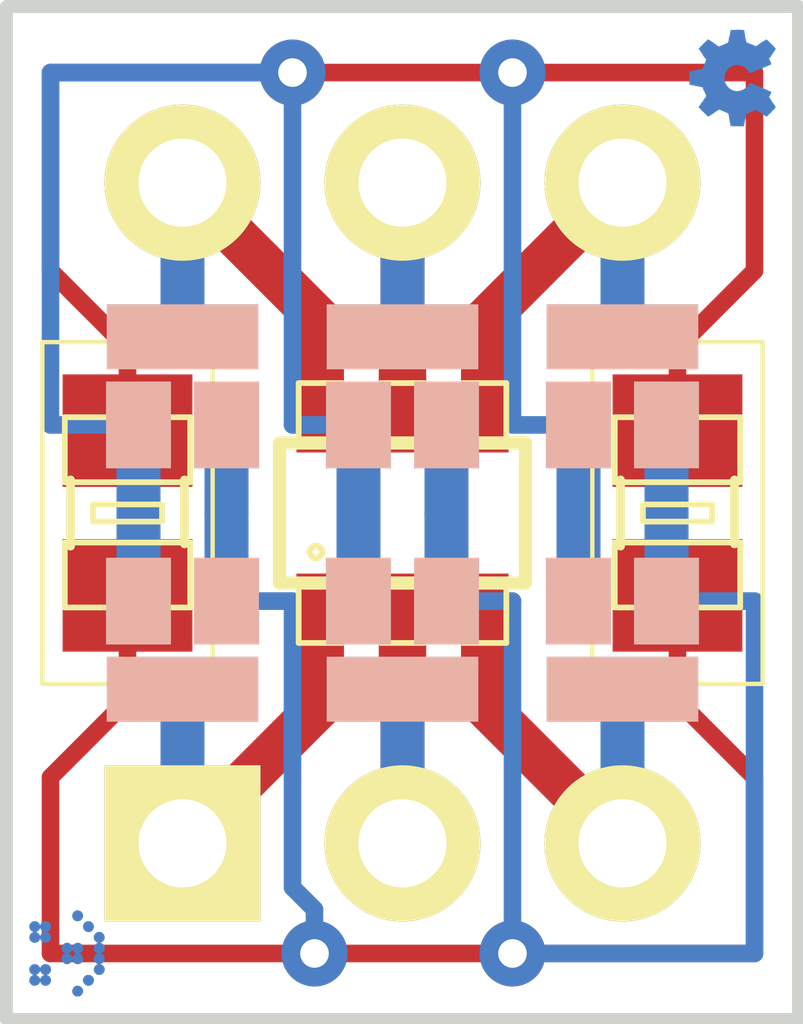
<source format=kicad_pcb>
(kicad_pcb (version 3) (host pcbnew "(2013-06-29 BZR 4231)-testing")

  (general
    (links 0)
    (no_connects 0)
    (area 150.665045 78.645045 162.094955 91.007001)
    (thickness 1.6002)
    (drawings 4)
    (tracks 64)
    (zones 0)
    (modules 24)
    (nets 1)
  )

  (page A4)
  (title_block
    (date "23 jan 2013")
  )

  (layers
    (15 Front signal)
    (0 Back signal)
    (18 B.Paste user)
    (19 F.Paste user)
    (20 B.SilkS user)
    (21 F.SilkS user)
    (22 B.Mask user)
    (23 F.Mask user)
    (28 Edge.Cuts user)
  )

  (setup
    (last_trace_width 0.508)
    (user_trace_width 0.2032)
    (trace_clearance 0.1524)
    (zone_clearance 0.508)
    (zone_45_only no)
    (trace_min 0.2032)
    (segment_width 0.381)
    (edge_width 0.15)
    (via_size 0.762)
    (via_drill 0.3302)
    (via_min_size 0.762)
    (via_min_drill 0.3302)
    (uvia_size 0.508)
    (uvia_drill 0.127)
    (uvias_allowed no)
    (uvia_min_size 0.508)
    (uvia_min_drill 0.127)
    (pcb_text_width 0.3048)
    (pcb_text_size 1.524 2.032)
    (mod_edge_width 0.381)
    (mod_text_size 1.524 1.524)
    (mod_text_width 0.3048)
    (pad_size 1.80086 1.80086)
    (pad_drill 1.016)
    (pad_to_mask_clearance 0)
    (aux_axis_origin 0 0)
    (visible_elements FFFFFF7F)
    (pcbplotparams
      (layerselection 284196865)
      (usegerberextensions true)
      (excludeedgelayer true)
      (linewidth 0.150000)
      (plotframeref false)
      (viasonmask false)
      (mode 1)
      (useauxorigin false)
      (hpglpennumber 1)
      (hpglpenspeed 20)
      (hpglpendiameter 15)
      (hpglpenoverlay 0)
      (psnegative false)
      (psa4output false)
      (plotreference true)
      (plotvalue true)
      (plotothertext true)
      (plotinvisibletext false)
      (padsonsilk false)
      (subtractmaskfromsilk true)
      (outputformat 1)
      (mirror false)
      (drillshape 0)
      (scaleselection 1)
      (outputdirectory gerber_files/))
  )

  (net 0 "")

  (net_class Default "This is the default net class."
    (clearance 0.1524)
    (trace_width 0.508)
    (via_dia 0.762)
    (via_drill 0.3302)
    (uvia_dia 0.508)
    (uvia_drill 0.127)
    (add_net "")
  )

  (module DIP-6__300 (layer Front) (tedit 50FFD60A) (tstamp 501A927E)
    (at 156.21 85.09)
    (descr "6 pins DIL package, round pads")
    (tags DIL)
    (path DIP-6__300)
    (fp_text reference U*** (at -3.8735 -5.3975) (layer F.SilkS) hide
      (effects (font (size 0.254 0.254) (thickness 0.0635)))
    )
    (fp_text value DIP-6__300 (at -3.1115 5.3975) (layer F.SilkS) hide
      (effects (font (size 0.254 0.254) (thickness 0.0635)))
    )
    (pad 1 thru_hole rect (at -2.54 3.81) (size 1.80086 1.80086) (drill 1.016)
      (layers *.Cu *.Mask F.SilkS)
    )
    (pad 2 thru_hole circle (at 0 3.81) (size 1.80086 1.80086) (drill 1.016)
      (layers *.Cu *.Mask F.SilkS)
    )
    (pad 3 thru_hole circle (at 2.54 3.81) (size 1.80086 1.80086) (drill 1.016)
      (layers *.Cu *.Mask F.SilkS)
    )
    (pad 4 thru_hole circle (at 2.54 -3.81) (size 1.80086 1.80086) (drill 1.016)
      (layers *.Cu *.Mask F.SilkS)
    )
    (pad 5 thru_hole circle (at 0 -3.81) (size 1.80086 1.80086) (drill 1.016)
      (layers *.Cu *.Mask F.SilkS)
    )
    (pad 6 thru_hole circle (at -2.54 -3.81) (size 1.80086 1.80086) (drill 1.016)
      (layers *.Cu *.Mask F.SilkS)
    )
    (model dil/dil_6.wrl
      (at (xyz 0 0 0))
      (scale (xyz 1 1 1))
      (rotate (xyz 0 0 0))
    )
  )

  (module "" (layer Back) (tedit 501D4941) (tstamp 501D48B6)
    (at 160.02 80.0735 90)
    (fp_text reference G1 (at 0 -0.58928 90) (layer B.SilkS) hide
      (effects (font (size 0.127 0.127) (thickness 0.01016)) (justify mirror))
    )
    (fp_text value LOGO (at 0 -0.762 90) (layer B.SilkS) hide
      (effects (font (size 0.127 0.127) (thickness 0.01016)) (justify mirror))
    )
    (fp_poly (pts (xy -0.33528 0.49784) (xy -0.3302 0.4953) (xy -0.3175 0.48768) (xy -0.29972 0.47498)
      (xy -0.27686 0.45974) (xy -0.254 0.4445) (xy -0.23622 0.43434) (xy -0.22352 0.42418)
      (xy -0.21844 0.42164) (xy -0.2159 0.42418) (xy -0.20574 0.42926) (xy -0.1905 0.43688)
      (xy -0.18034 0.44196) (xy -0.16764 0.44704) (xy -0.16002 0.44704) (xy -0.16002 0.44704)
      (xy -0.15494 0.43688) (xy -0.14732 0.41656) (xy -0.13462 0.3937) (xy -0.12446 0.36576)
      (xy -0.11176 0.33528) (xy -0.09652 0.3048) (xy -0.08636 0.27432) (xy -0.07366 0.24638)
      (xy -0.06604 0.22606) (xy -0.06096 0.21082) (xy -0.05842 0.2032) (xy -0.05842 0.2032)
      (xy -0.06604 0.19558) (xy -0.07874 0.18796) (xy -0.10414 0.1651) (xy -0.12954 0.13208)
      (xy -0.14478 0.09652) (xy -0.1524 0.05588) (xy -0.14732 0.01778) (xy -0.13208 -0.01778)
      (xy -0.10668 -0.0508) (xy -0.0762 -0.07366) (xy -0.04064 -0.0889) (xy 0 -0.09398)
      (xy 0.0381 -0.09144) (xy 0.07366 -0.0762) (xy 0.10668 -0.0508) (xy 0.12192 -0.03556)
      (xy 0.1397 -0.00254) (xy 0.1524 0.03302) (xy 0.1524 0.04064) (xy 0.14986 0.08128)
      (xy 0.1397 0.11684) (xy 0.11938 0.14986) (xy 0.09144 0.1778) (xy 0.08636 0.18034)
      (xy 0.07366 0.1905) (xy 0.0635 0.19812) (xy 0.05842 0.2032) (xy 0.10668 0.32258)
      (xy 0.1143 0.3429) (xy 0.12954 0.37592) (xy 0.1397 0.40386) (xy 0.14986 0.42672)
      (xy 0.15748 0.44196) (xy 0.16002 0.44704) (xy 0.16002 0.44704) (xy 0.1651 0.44704)
      (xy 0.17272 0.4445) (xy 0.1905 0.43688) (xy 0.20066 0.4318) (xy 0.21336 0.42418)
      (xy 0.22098 0.42164) (xy 0.22606 0.42418) (xy 0.23622 0.4318) (xy 0.254 0.4445)
      (xy 0.27686 0.45974) (xy 0.29718 0.47244) (xy 0.31496 0.48514) (xy 0.3302 0.4953)
      (xy 0.33528 0.49784) (xy 0.33782 0.49784) (xy 0.3429 0.4953) (xy 0.35306 0.48514)
      (xy 0.37084 0.4699) (xy 0.3937 0.44704) (xy 0.39624 0.4445) (xy 0.41656 0.42418)
      (xy 0.4318 0.40894) (xy 0.44196 0.39624) (xy 0.4445 0.39116) (xy 0.4445 0.39116)
      (xy 0.44196 0.38608) (xy 0.4318 0.37084) (xy 0.42164 0.35306) (xy 0.4064 0.3302)
      (xy 0.36576 0.27178) (xy 0.38862 0.21844) (xy 0.3937 0.20066) (xy 0.40386 0.18034)
      (xy 0.40894 0.16764) (xy 0.41148 0.16002) (xy 0.4191 0.15748) (xy 0.4318 0.15494)
      (xy 0.45466 0.14986) (xy 0.48006 0.14478) (xy 0.50546 0.14224) (xy 0.52578 0.13716)
      (xy 0.54356 0.13462) (xy 0.55118 0.13208) (xy 0.55118 0.13208) (xy 0.55372 0.127)
      (xy 0.55372 0.11938) (xy 0.55372 0.10668) (xy 0.55626 0.08636) (xy 0.55626 0.05588)
      (xy 0.55626 0.0508) (xy 0.55372 0.02286) (xy 0.55372 0) (xy 0.55372 -0.0127)
      (xy 0.55372 -0.02032) (xy 0.55372 -0.02032) (xy 0.5461 -0.02032) (xy 0.53086 -0.0254)
      (xy 0.508 -0.02794) (xy 0.4826 -0.03302) (xy 0.48006 -0.03556) (xy 0.45466 -0.04064)
      (xy 0.4318 -0.04318) (xy 0.41656 -0.04826) (xy 0.40894 -0.0508) (xy 0.40894 -0.0508)
      (xy 0.40386 -0.06096) (xy 0.39624 -0.07874) (xy 0.38608 -0.09906) (xy 0.37846 -0.11938)
      (xy 0.37084 -0.13716) (xy 0.36576 -0.1524) (xy 0.36322 -0.15748) (xy 0.36322 -0.15748)
      (xy 0.3683 -0.1651) (xy 0.37592 -0.1778) (xy 0.38862 -0.19558) (xy 0.4064 -0.21844)
      (xy 0.4064 -0.22098) (xy 0.42164 -0.24384) (xy 0.43434 -0.26162) (xy 0.44196 -0.27432)
      (xy 0.4445 -0.28194) (xy 0.4445 -0.28194) (xy 0.43942 -0.28702) (xy 0.42926 -0.29972)
      (xy 0.41148 -0.3175) (xy 0.3937 -0.33782) (xy 0.38608 -0.3429) (xy 0.36576 -0.36576)
      (xy 0.35052 -0.37846) (xy 0.34036 -0.38608) (xy 0.33528 -0.38862) (xy 0.33528 -0.38862)
      (xy 0.3302 -0.38354) (xy 0.31496 -0.37338) (xy 0.29718 -0.36068) (xy 0.27432 -0.34544)
      (xy 0.27178 -0.34544) (xy 0.24892 -0.3302) (xy 0.23114 -0.3175) (xy 0.21844 -0.30734)
      (xy 0.21336 -0.3048) (xy 0.21082 -0.3048) (xy 0.2032 -0.30734) (xy 0.18542 -0.31242)
      (xy 0.16764 -0.32004) (xy 0.14732 -0.3302) (xy 0.127 -0.33782) (xy 0.1143 -0.3429)
      (xy 0.10668 -0.34798) (xy 0.10668 -0.34798) (xy 0.10414 -0.3556) (xy 0.1016 -0.37084)
      (xy 0.09652 -0.3937) (xy 0.09144 -0.42164) (xy 0.0889 -0.42672) (xy 0.08382 -0.45212)
      (xy 0.08128 -0.47498) (xy 0.07874 -0.49022) (xy 0.0762 -0.4953) (xy 0.07112 -0.49784)
      (xy 0.05842 -0.49784) (xy 0.04064 -0.49784) (xy 0.01524 -0.49784) (xy -0.00762 -0.49784)
      (xy -0.03302 -0.49784) (xy -0.05334 -0.49784) (xy -0.06858 -0.4953) (xy -0.07366 -0.4953)
      (xy -0.07366 -0.4953) (xy -0.0762 -0.48768) (xy -0.08128 -0.4699) (xy -0.08382 -0.44704)
      (xy -0.09144 -0.4191) (xy -0.09144 -0.41402) (xy -0.09652 -0.38862) (xy -0.1016 -0.36576)
      (xy -0.10414 -0.35052) (xy -0.10668 -0.34544) (xy -0.10668 -0.34544) (xy -0.11938 -0.34036)
      (xy -0.13716 -0.33274) (xy -0.15748 -0.32258) (xy -0.20828 -0.30226) (xy -0.27178 -0.34544)
      (xy -0.27686 -0.35052) (xy -0.29972 -0.36576) (xy -0.3175 -0.37846) (xy -0.3302 -0.38608)
      (xy -0.33782 -0.38862) (xy -0.33782 -0.38862) (xy -0.3429 -0.38354) (xy -0.3556 -0.37084)
      (xy -0.37338 -0.3556) (xy -0.39116 -0.33528) (xy -0.4064 -0.32004) (xy -0.42418 -0.30226)
      (xy -0.43434 -0.2921) (xy -0.44196 -0.28448) (xy -0.44196 -0.2794) (xy -0.44196 -0.27686)
      (xy -0.43942 -0.26924) (xy -0.42926 -0.25654) (xy -0.41656 -0.23622) (xy -0.40132 -0.2159)
      (xy -0.38862 -0.19558) (xy -0.37592 -0.17526) (xy -0.36576 -0.16002) (xy -0.36322 -0.1524)
      (xy -0.36322 -0.14986) (xy -0.3683 -0.13716) (xy -0.37592 -0.11938) (xy -0.38608 -0.09652)
      (xy -0.4064 -0.04826) (xy -0.43942 -0.04064) (xy -0.45974 -0.0381) (xy -0.48768 -0.03302)
      (xy -0.51308 -0.02794) (xy -0.55372 -0.02032) (xy -0.55626 0.12954) (xy -0.54864 0.13208)
      (xy -0.54356 0.13208) (xy -0.52832 0.13716) (xy -0.50546 0.1397) (xy -0.48006 0.14478)
      (xy -0.45974 0.14986) (xy -0.43688 0.15494) (xy -0.42164 0.15748) (xy -0.41402 0.15748)
      (xy -0.41148 0.16002) (xy -0.4064 0.17018) (xy -0.39878 0.18796) (xy -0.39116 0.20828)
      (xy -0.381 0.2286) (xy -0.37338 0.24892) (xy -0.3683 0.26416) (xy -0.36576 0.27178)
      (xy -0.3683 0.27686) (xy -0.37846 0.28956) (xy -0.38862 0.30988) (xy -0.40386 0.3302)
      (xy -0.4191 0.35306) (xy -0.4318 0.37084) (xy -0.43942 0.38354) (xy -0.4445 0.39116)
      (xy -0.44196 0.39624) (xy -0.43434 0.4064) (xy -0.41656 0.42164) (xy -0.3937 0.44704)
      (xy -0.38862 0.44958) (xy -0.3683 0.4699) (xy -0.35306 0.48514) (xy -0.34036 0.4953)
      (xy -0.33528 0.49784)) (layer Back) (width 0.00254))
  )

  (module LOGO (layer Back) (tedit 501D494B) (tstamp 501D488F)
    (at 152.3365 90.17 90)
    (path LOGO)
    (fp_text reference G2 (at 0 0.762 90) (layer B.SilkS) hide
      (effects (font (size 0.127 0.127) (thickness 0.00254)) (justify mirror))
    )
    (fp_text value LOGO (at 0 0.5715 90) (layer B.SilkS) hide
      (effects (font (size 0.127 0.127) (thickness 0.00254)) (justify mirror))
    )
    (fp_poly (pts (xy 0.18796 0.43434) (xy 0.19812 0.4318) (xy 0.21082 0.42926) (xy 0.2159 0.42672)
      (xy 0.22606 0.4191) (xy 0.23622 0.40894) (xy 0.2413 0.39878) (xy 0.24638 0.38862)
      (xy 0.24638 0.37592) (xy 0.24638 0.36322) (xy 0.24384 0.35052) (xy 0.23876 0.34036)
      (xy 0.23622 0.33528) (xy 0.2286 0.32766) (xy 0.22352 0.32258) (xy 0.21844 0.32004)
      (xy 0.2159 0.3175) (xy 0.20574 0.31242) (xy 0.19558 0.30988) (xy 0.18288 0.30988)
      (xy 0.1778 0.30988) (xy 0.17272 0.31242) (xy 0.1651 0.31242) (xy 0.16002 0.31496)
      (xy 0.1524 0.32004) (xy 0.14224 0.32766) (xy 0.13462 0.33782) (xy 0.127 0.34798)
      (xy 0.127 0.3556) (xy 0.12446 0.36068) (xy 0.12446 0.36576) (xy 0.12446 0.36576)
      (xy 0.12446 0.36576) (xy 0.12192 0.36322) (xy 0.12192 0.36322) (xy 0.12192 0.3556)
      (xy 0.11684 0.34798) (xy 0.1143 0.34036) (xy 0.10668 0.3302) (xy 0.09652 0.32258)
      (xy 0.08636 0.31496) (xy 0.07366 0.31242) (xy 0.06096 0.30988) (xy 0.05842 0.30988)
      (xy 0.04826 0.31242) (xy 0.0381 0.31496) (xy 0.0381 0.31496) (xy 0.0254 0.32004)
      (xy 0.01778 0.32766) (xy 0.01016 0.33782) (xy 0.00254 0.34798) (xy 0 0.35814)
      (xy 0 0.36068) (xy 0 0.36322) (xy 0 0.36322) (xy 0 0.36322)
      (xy 0 0.36322) (xy 0 0.35814) (xy 0 0.35814) (xy -0.00508 0.34798)
      (xy -0.01016 0.33782) (xy -0.01778 0.32766) (xy -0.0254 0.32004) (xy -0.03556 0.31496)
      (xy -0.04826 0.31242) (xy -0.06096 0.30988) (xy -0.07112 0.30988) (xy -0.08382 0.31496)
      (xy -0.09398 0.32004) (xy -0.10414 0.32766) (xy -0.11176 0.33782) (xy -0.1143 0.33782)
      (xy -0.11684 0.3429) (xy -0.11938 0.34798) (xy -0.11938 0.35052) (xy -0.12192 0.3556)
      (xy -0.12192 0.36068) (xy -0.12192 0.36576) (xy -0.12192 0.36576) (xy -0.12446 0.36576)
      (xy -0.12446 0.36322) (xy -0.12446 0.3556) (xy -0.127 0.34798) (xy -0.13208 0.34036)
      (xy -0.1397 0.3302) (xy -0.14986 0.32258) (xy -0.16002 0.31496) (xy -0.17272 0.31242)
      (xy -0.18542 0.30988) (xy -0.19558 0.30988) (xy -0.20828 0.31496) (xy -0.22098 0.32004)
      (xy -0.23114 0.3302) (xy -0.23368 0.33528) (xy -0.23876 0.34036) (xy -0.24384 0.34798)
      (xy -0.24638 0.3556) (xy -0.24638 0.3683) (xy -0.24638 0.381) (xy -0.24384 0.39116)
      (xy -0.23876 0.40386) (xy -0.23368 0.41148) (xy -0.22352 0.42164) (xy -0.21336 0.42672)
      (xy -0.2032 0.4318) (xy -0.1905 0.43434) (xy -0.18796 0.43434) (xy -0.17526 0.43434)
      (xy -0.1651 0.4318) (xy -0.1524 0.42418) (xy -0.14986 0.42164) (xy -0.1397 0.41656)
      (xy -0.13462 0.4064) (xy -0.12954 0.39624) (xy -0.127 0.3937) (xy -0.12446 0.38862)
      (xy -0.12446 0.38354) (xy -0.12446 0.37846) (xy -0.12446 0.37592) (xy -0.12192 0.37846)
      (xy -0.12192 0.381) (xy -0.12192 0.38608) (xy -0.11938 0.3937) (xy -0.11684 0.39878)
      (xy -0.1143 0.40386) (xy -0.10668 0.41402) (xy -0.09652 0.42164) (xy -0.08636 0.42926)
      (xy -0.07366 0.43434) (xy -0.07112 0.43434) (xy -0.0635 0.43434) (xy -0.05588 0.43434)
      (xy -0.04572 0.4318) (xy -0.0381 0.42926) (xy -0.0254 0.42418) (xy -0.01524 0.41656)
      (xy -0.01524 0.41402) (xy -0.00762 0.4064) (xy -0.00254 0.39624) (xy 0 0.38608)
      (xy 0 0.38354) (xy 0 0.381) (xy 0 0.381) (xy 0 0.381)
      (xy 0 0.38354) (xy 0 0.38354) (xy 0.00254 0.39116) (xy 0.00508 0.39878)
      (xy 0.00762 0.40386) (xy 0.0127 0.41148) (xy 0.02286 0.42164) (xy 0.03302 0.42926)
      (xy 0.04572 0.4318) (xy 0.04826 0.43434) (xy 0.05588 0.43434) (xy 0.06604 0.43434)
      (xy 0.07366 0.43434) (xy 0.08128 0.4318) (xy 0.09144 0.42672) (xy 0.1016 0.4191)
      (xy 0.11176 0.40894) (xy 0.11684 0.39878) (xy 0.11938 0.3937) (xy 0.12192 0.38862)
      (xy 0.12192 0.38354) (xy 0.12192 0.37846) (xy 0.12192 0.37846) (xy 0.12192 0.37846)
      (xy 0.12446 0.381) (xy 0.12446 0.381) (xy 0.12446 0.38862) (xy 0.12954 0.39624)
      (xy 0.13208 0.40386) (xy 0.13462 0.4064) (xy 0.14224 0.41656) (xy 0.1524 0.42418)
      (xy 0.16256 0.42926) (xy 0.17526 0.43434) (xy 0.18796 0.43434)) (layer Back) (width 0.00254))
    (fp_poly (pts (xy -0.31496 0.30988) (xy -0.30734 0.30988) (xy -0.29972 0.30988) (xy -0.28956 0.30734)
      (xy -0.2794 0.30226) (xy -0.26924 0.29464) (xy -0.25908 0.28448) (xy -0.254 0.27432)
      (xy -0.24892 0.26162) (xy -0.24892 0.24892) (xy -0.24892 0.23622) (xy -0.25146 0.22606)
      (xy -0.25654 0.21336) (xy -0.26416 0.2032) (xy -0.27432 0.19558) (xy -0.2794 0.19304)
      (xy -0.28956 0.18796) (xy -0.30226 0.18542) (xy -0.31496 0.18542) (xy -0.32766 0.18796)
      (xy -0.33782 0.19304) (xy -0.35052 0.20066) (xy -0.35814 0.20828) (xy -0.36576 0.22098)
      (xy -0.37084 0.23368) (xy -0.37084 0.23876) (xy -0.37084 0.24638) (xy -0.37084 0.254)
      (xy -0.37084 0.26162) (xy -0.37084 0.26416) (xy -0.36576 0.27686) (xy -0.35814 0.28702)
      (xy -0.34798 0.29718) (xy -0.33782 0.3048) (xy -0.33274 0.3048) (xy -0.32512 0.30734)
      (xy -0.3175 0.30988) (xy -0.31496 0.30988)) (layer Back) (width 0.00254))
    (fp_poly (pts (xy 0.31242 0.30988) (xy 0.32512 0.30734) (xy 0.33528 0.3048) (xy 0.34798 0.29718)
      (xy 0.35052 0.29464) (xy 0.35814 0.28702) (xy 0.36576 0.27432) (xy 0.37084 0.26416)
      (xy 0.37084 0.25654) (xy 0.37084 0.24892) (xy 0.37084 0.2413) (xy 0.37084 0.23368)
      (xy 0.37084 0.23114) (xy 0.36576 0.21844) (xy 0.35814 0.20828) (xy 0.34798 0.19812)
      (xy 0.33782 0.19304) (xy 0.32512 0.18796) (xy 0.31242 0.18542) (xy 0.30734 0.18542)
      (xy 0.29718 0.18796) (xy 0.28448 0.1905) (xy 0.27432 0.19812) (xy 0.26416 0.20574)
      (xy 0.25654 0.21336) (xy 0.25146 0.22606) (xy 0.24892 0.23876) (xy 0.24892 0.25146)
      (xy 0.24892 0.25908) (xy 0.24892 0.26416) (xy 0.25146 0.27178) (xy 0.25654 0.28194)
      (xy 0.2667 0.2921) (xy 0.27432 0.29972) (xy 0.28702 0.3048) (xy 0.29972 0.30988)
      (xy 0.31242 0.30988)) (layer Back) (width 0.00254))
    (fp_poly (pts (xy -0.43688 0.18542) (xy -0.42926 0.18542) (xy -0.42164 0.18542) (xy -0.41148 0.18034)
      (xy -0.40132 0.17526) (xy -0.39116 0.16764) (xy -0.38354 0.16002) (xy -0.37846 0.14986)
      (xy -0.37338 0.13716) (xy -0.37338 0.13208) (xy -0.37338 0.12446) (xy -0.37338 0.11684)
      (xy -0.37338 0.10922) (xy -0.37338 0.10668) (xy -0.37846 0.09398) (xy -0.38608 0.08382)
      (xy -0.39624 0.07366) (xy -0.4064 0.06858) (xy -0.41148 0.06604) (xy -0.4191 0.0635)
      (xy -0.42672 0.06096) (xy -0.43688 0.06096) (xy -0.44196 0.06096) (xy -0.44958 0.0635)
      (xy -0.45466 0.0635) (xy -0.46228 0.06858) (xy -0.46736 0.06858) (xy -0.47752 0.0762)
      (xy -0.48514 0.08636) (xy -0.49276 0.09906) (xy -0.4953 0.11176) (xy -0.4953 0.1143)
      (xy -0.4953 0.12192) (xy -0.4953 0.12954) (xy -0.4953 0.13462) (xy -0.4953 0.1397)
      (xy -0.49022 0.1524) (xy -0.4826 0.16256) (xy -0.47244 0.17272) (xy -0.46228 0.1778)
      (xy -0.44958 0.18288) (xy -0.44704 0.18542) (xy -0.43688 0.18542)) (layer Back) (width 0.00254))
    (fp_poly (pts (xy 0.05842 0.18542) (xy 0.07112 0.18542) (xy 0.08382 0.18034) (xy 0.09144 0.1778)
      (xy 0.1016 0.17018) (xy 0.10922 0.16256) (xy 0.11684 0.14986) (xy 0.12192 0.13716)
      (xy 0.12192 0.13462) (xy 0.12446 0.12446) (xy 0.12192 0.11684) (xy 0.11938 0.10414)
      (xy 0.1143 0.09398) (xy 0.10922 0.08382) (xy 0.09906 0.07366) (xy 0.0889 0.06604)
      (xy 0.0762 0.0635) (xy 0.06604 0.06096) (xy 0.07112 0.06096) (xy 0.07112 0.06096)
      (xy 0.08128 0.05842) (xy 0.09144 0.05334) (xy 0.09906 0.04826) (xy 0.1016 0.04572)
      (xy 0.10922 0.0381) (xy 0.11684 0.02794) (xy 0.12192 0.01524) (xy 0.12192 0.00254)
      (xy 0.12192 -0.00762) (xy 0.11938 -0.01778) (xy 0.1143 -0.03048) (xy 0.1143 -0.03048)
      (xy 0.10668 -0.04064) (xy 0.09652 -0.04826) (xy 0.08636 -0.05588) (xy 0.0762 -0.05842)
      (xy 0.0635 -0.06096) (xy 0.0508 -0.06096) (xy 0.04064 -0.05842) (xy 0.02794 -0.0508)
      (xy 0.01778 -0.04318) (xy 0.0127 -0.0381) (xy 0.00762 -0.02794) (xy 0.00254 -0.02032)
      (xy 0 -0.01016) (xy 0 -0.00762) (xy 0 -0.00762) (xy 0 -0.00762)
      (xy 0 -0.01016) (xy -0.00254 -0.01778) (xy -0.00508 -0.02794) (xy -0.01016 -0.03556)
      (xy -0.0127 -0.04064) (xy -0.02286 -0.04826) (xy -0.03302 -0.05588) (xy -0.04572 -0.05842)
      (xy -0.05842 -0.06096) (xy -0.07112 -0.06096) (xy -0.07874 -0.05842) (xy -0.09144 -0.05334)
      (xy -0.1016 -0.04572) (xy -0.10922 -0.03556) (xy -0.11684 -0.0254) (xy -0.12192 -0.0127)
      (xy -0.12192 -0.00762) (xy -0.12192 0.00254) (xy -0.12192 0.01524) (xy -0.11684 0.02794)
      (xy -0.10922 0.0381) (xy -0.1016 0.04572) (xy -0.0889 0.05334) (xy -0.08382 0.05588)
      (xy -0.07874 0.05842) (xy -0.07366 0.06096) (xy -0.06858 0.06096) (xy -0.06858 0.06096)
      (xy -0.06858 0.06096) (xy -0.07112 0.06096) (xy -0.07874 0.0635) (xy -0.08636 0.06604)
      (xy -0.09398 0.07112) (xy -0.09652 0.07366) (xy -0.10668 0.07874) (xy -0.11176 0.0889)
      (xy -0.11938 0.09906) (xy -0.12192 0.10922) (xy -0.12192 0.11938) (xy -0.12192 0.12954)
      (xy -0.12192 0.13208) (xy -0.11938 0.14478) (xy -0.1143 0.15748) (xy -0.10414 0.16764)
      (xy -0.09906 0.17272) (xy -0.08636 0.18034) (xy -0.07366 0.18542) (xy -0.06858 0.18542)
      (xy -0.0635 0.18542) (xy -0.05588 0.18542) (xy -0.04826 0.18542) (xy -0.04318 0.18288)
      (xy -0.04064 0.18288) (xy -0.02794 0.17526) (xy -0.01778 0.16764) (xy -0.01016 0.15748)
      (xy -0.00508 0.1524) (xy -0.00254 0.14478) (xy 0 0.13716) (xy 0 0.13462)
      (xy 0 0.13208) (xy 0 0.13208) (xy 0 0.13208) (xy 0 0.1143)
      (xy 0 0.1143) (xy 0 0.1143) (xy 0 0.10922) (xy 0 0.10922)
      (xy -0.00508 0.09906) (xy -0.01016 0.0889) (xy -0.01778 0.07874) (xy -0.02794 0.07112)
      (xy -0.0381 0.06604) (xy -0.0381 0.06604) (xy -0.04318 0.0635) (xy -0.04826 0.06096)
      (xy -0.05588 0.06096) (xy -0.04826 0.06096) (xy -0.04318 0.05842) (xy -0.03048 0.05334)
      (xy -0.02032 0.04572) (xy -0.0127 0.0381) (xy -0.00508 0.02794) (xy -0.00254 0.02286)
      (xy 0 0.01524) (xy 0 0.01016) (xy 0 0.00762) (xy 0 0.00762)
      (xy 0 0.00762) (xy 0 0.01016) (xy 0 0.01524) (xy 0.00254 0.02032)
      (xy 0.00508 0.02794) (xy 0.01016 0.03302) (xy 0.01778 0.04318) (xy 0.02794 0.0508)
      (xy 0.0381 0.05588) (xy 0.0508 0.06096) (xy 0.05588 0.06096) (xy 0.04826 0.06096)
      (xy 0.04826 0.06096) (xy 0.04318 0.0635) (xy 0.0381 0.06604) (xy 0.03556 0.06604)
      (xy 0.0254 0.07112) (xy 0.01778 0.07874) (xy 0.01016 0.0889) (xy 0.00254 0.09906)
      (xy 0 0.10922) (xy 0 0.11176) (xy 0 0.1143) (xy 0 0.1143)
      (xy 0 0.13208) (xy 0 0.13208) (xy 0 0.13208) (xy 0 0.13716)
      (xy 0.00254 0.14478) (xy 0.00762 0.15494) (xy 0.01524 0.1651) (xy 0.0254 0.17272)
      (xy 0.03556 0.18034) (xy 0.03556 0.18034) (xy 0.04572 0.18288) (xy 0.05842 0.18542)) (layer Back) (width 0.00254))
    (fp_poly (pts (xy 0.42926 0.18542) (xy 0.43942 0.18542) (xy 0.44958 0.18288) (xy 0.45466 0.18288)
      (xy 0.46736 0.17526) (xy 0.47752 0.16764) (xy 0.48514 0.16002) (xy 0.49022 0.14732)
      (xy 0.4953 0.13716) (xy 0.49784 0.12446) (xy 0.4953 0.11684) (xy 0.4953 0.10414)
      (xy 0.49022 0.09398) (xy 0.48006 0.08128) (xy 0.48006 0.07874) (xy 0.4699 0.07112)
      (xy 0.45974 0.06604) (xy 0.44958 0.0635) (xy 0.44958 0.0635) (xy 0.43942 0.06096)
      (xy 0.42926 0.06096) (xy 0.4191 0.0635) (xy 0.41656 0.0635) (xy 0.40386 0.06858)
      (xy 0.3937 0.0762) (xy 0.38608 0.08382) (xy 0.37846 0.09398) (xy 0.37338 0.10668)
      (xy 0.37338 0.11684) (xy 0.37338 0.12954) (xy 0.37592 0.14224) (xy 0.37846 0.1524)
      (xy 0.38608 0.16256) (xy 0.39624 0.17272) (xy 0.4064 0.1778) (xy 0.4191 0.18288)
      (xy 0.4191 0.18288) (xy 0.42926 0.18542)) (layer Back) (width 0.00254))
    (fp_poly (pts (xy -0.18288 -0.18542) (xy -0.17018 -0.18796) (xy -0.16002 -0.1905) (xy -0.1524 -0.19304)
      (xy -0.14732 -0.19812) (xy -0.14224 -0.2032) (xy -0.13462 -0.21082) (xy -0.12954 -0.22098)
      (xy -0.12446 -0.23368) (xy -0.12446 -0.23622) (xy -0.12446 -0.24384) (xy -0.12446 -0.254)
      (xy -0.12446 -0.26162) (xy -0.127 -0.27178) (xy -0.13462 -0.28194) (xy -0.14224 -0.2921)
      (xy -0.14224 -0.2921) (xy -0.14732 -0.29718) (xy -0.15494 -0.30226) (xy -0.16002 -0.3048)
      (xy -0.16256 -0.3048) (xy -0.16764 -0.30734) (xy -0.17272 -0.30988) (xy -0.1778 -0.30988)
      (xy -0.18034 -0.30988) (xy -0.1778 -0.30988) (xy -0.17272 -0.30988) (xy -0.17018 -0.31242)
      (xy -0.1651 -0.31242) (xy -0.15494 -0.3175) (xy -0.14732 -0.32258) (xy -0.1397 -0.3302)
      (xy -0.13716 -0.3302) (xy -0.13208 -0.3429) (xy -0.127 -0.35306) (xy -0.12446 -0.36576)
      (xy -0.12446 -0.37846) (xy -0.12446 -0.381) (xy -0.127 -0.3937) (xy -0.13208 -0.4064)
      (xy -0.14224 -0.41656) (xy -0.14986 -0.42164) (xy -0.16002 -0.42926) (xy -0.17272 -0.43434)
      (xy -0.17526 -0.43434) (xy -0.18288 -0.43434) (xy -0.19304 -0.43434) (xy -0.20066 -0.4318)
      (xy -0.20574 -0.4318) (xy -0.21844 -0.42418) (xy -0.2286 -0.41656) (xy -0.23622 -0.40894)
      (xy -0.24384 -0.39624) (xy -0.24638 -0.38608) (xy -0.24638 -0.38354) (xy -0.24638 -0.381)
      (xy -0.24892 -0.381) (xy -0.24892 -0.381) (xy -0.24892 -0.38354) (xy -0.24892 -0.38862)
      (xy -0.25146 -0.3937) (xy -0.254 -0.39878) (xy -0.25654 -0.40386) (xy -0.26416 -0.41402)
      (xy -0.27432 -0.42164) (xy -0.28448 -0.42926) (xy -0.29718 -0.4318) (xy -0.30988 -0.43434)
      (xy -0.32004 -0.43434) (xy -0.33274 -0.4318) (xy -0.3429 -0.42418) (xy -0.34798 -0.42164)
      (xy -0.35814 -0.41148) (xy -0.36576 -0.40132) (xy -0.37084 -0.38862) (xy -0.37084 -0.37846)
      (xy -0.37084 -0.36576) (xy -0.3683 -0.35306) (xy -0.36322 -0.34036) (xy -0.3556 -0.3302)
      (xy -0.34798 -0.32258) (xy -0.33528 -0.31496) (xy -0.32258 -0.31242) (xy -0.31496 -0.30988)
      (xy -0.32004 -0.30988) (xy -0.32258 -0.30988) (xy -0.33274 -0.3048) (xy -0.3429 -0.29972)
      (xy -0.35052 -0.29464) (xy -0.35814 -0.28702) (xy -0.36322 -0.2794) (xy -0.3683 -0.27178)
      (xy -0.37084 -0.26416) (xy -0.37084 -0.25654) (xy -0.37084 -0.24892) (xy -0.37084 -0.2413)
      (xy -0.37084 -0.23368) (xy -0.3683 -0.22606) (xy -0.36322 -0.2159) (xy -0.3556 -0.20574)
      (xy -0.34544 -0.19558) (xy -0.33274 -0.1905) (xy -0.32004 -0.18542) (xy -0.3175 -0.18542)
      (xy -0.30988 -0.18542) (xy -0.30226 -0.18542) (xy -0.29464 -0.18796) (xy -0.28956 -0.18796)
      (xy -0.27686 -0.19558) (xy -0.2667 -0.2032) (xy -0.25908 -0.21082) (xy -0.254 -0.22352)
      (xy -0.24892 -0.23622) (xy -0.24892 -0.23622) (xy -0.24892 -0.23876) (xy -0.24638 -0.23876)
      (xy -0.24638 -0.25654) (xy -0.24892 -0.25654) (xy -0.24892 -0.25908) (xy -0.24892 -0.25908)
      (xy -0.25146 -0.2667) (xy -0.254 -0.27686) (xy -0.25908 -0.28448) (xy -0.26416 -0.28956)
      (xy -0.27432 -0.29718) (xy -0.28448 -0.3048) (xy -0.29718 -0.30988) (xy -0.30226 -0.30988)
      (xy -0.29972 -0.30988) (xy -0.29464 -0.31242) (xy -0.2921 -0.31242) (xy -0.28956 -0.31242)
      (xy -0.27686 -0.32004) (xy -0.2667 -0.32766) (xy -0.25908 -0.33528) (xy -0.254 -0.34798)
      (xy -0.24892 -0.35814) (xy -0.24892 -0.36322) (xy -0.24892 -0.36322) (xy -0.24638 -0.36322)
      (xy -0.24638 -0.35814) (xy -0.24638 -0.35814) (xy -0.24384 -0.35306) (xy -0.2413 -0.34544)
      (xy -0.23622 -0.33782) (xy -0.23368 -0.33274) (xy -0.2286 -0.32766) (xy -0.22352 -0.32258)
      (xy -0.2159 -0.3175) (xy -0.2159 -0.3175) (xy -0.20574 -0.31242) (xy -0.19558 -0.30988)
      (xy -0.19304 -0.30988) (xy -0.19812 -0.30988) (xy -0.20828 -0.3048) (xy -0.21844 -0.29972)
      (xy -0.2286 -0.2921) (xy -0.23622 -0.28194) (xy -0.23876 -0.2794) (xy -0.2413 -0.27432)
      (xy -0.24384 -0.2667) (xy -0.24638 -0.26162) (xy -0.24638 -0.25654) (xy -0.24638 -0.25654)
      (xy -0.24638 -0.25654) (xy -0.24638 -0.23876) (xy -0.24638 -0.23876) (xy -0.24638 -0.23622)
      (xy -0.24638 -0.23368) (xy -0.24384 -0.2286) (xy -0.2413 -0.22098) (xy -0.23622 -0.21082)
      (xy -0.2286 -0.2032) (xy -0.21844 -0.19558) (xy -0.20828 -0.1905) (xy -0.19558 -0.18542)
      (xy -0.18288 -0.18542)) (layer Back) (width 0.00254))
    (fp_poly (pts (xy 0.18796 -0.18542) (xy 0.20066 -0.18796) (xy 0.21336 -0.1905) (xy 0.22352 -0.19812)
      (xy 0.23114 -0.20574) (xy 0.23876 -0.2159) (xy 0.24384 -0.2286) (xy 0.24638 -0.23368)
      (xy 0.24638 -0.23622) (xy 0.24638 -0.23622) (xy 0.24638 -0.23876) (xy 0.24638 -0.23876)
      (xy 0.24638 -0.25654) (xy 0.24638 -0.25908) (xy 0.24638 -0.26162) (xy 0.24384 -0.26924)
      (xy 0.23876 -0.28194) (xy 0.23114 -0.28956) (xy 0.22098 -0.29972) (xy 0.21082 -0.3048)
      (xy 0.19812 -0.30988) (xy 0.19304 -0.30988) (xy 0.19558 -0.30988) (xy 0.19558 -0.30988)
      (xy 0.20574 -0.31496) (xy 0.2159 -0.3175) (xy 0.22098 -0.32004) (xy 0.22606 -0.32512)
      (xy 0.23368 -0.33274) (xy 0.23622 -0.33782) (xy 0.2413 -0.3429) (xy 0.24384 -0.35052)
      (xy 0.24638 -0.35814) (xy 0.24638 -0.36322) (xy 0.24638 -0.36322) (xy 0.24892 -0.36322)
      (xy 0.24892 -0.35814) (xy 0.25146 -0.35052) (xy 0.25654 -0.34036) (xy 0.26416 -0.3302)
      (xy 0.27432 -0.32004) (xy 0.28702 -0.31496) (xy 0.29972 -0.30988) (xy 0.30226 -0.30988)
      (xy 0.29718 -0.30988) (xy 0.2921 -0.30734) (xy 0.2794 -0.30226) (xy 0.26924 -0.29464)
      (xy 0.25908 -0.28448) (xy 0.25654 -0.28194) (xy 0.254 -0.27686) (xy 0.25146 -0.26924)
      (xy 0.24892 -0.26416) (xy 0.24892 -0.25908) (xy 0.24892 -0.25908) (xy 0.24892 -0.25654)
      (xy 0.24638 -0.25654) (xy 0.24638 -0.23876) (xy 0.24892 -0.23876) (xy 0.24892 -0.23622)
      (xy 0.24892 -0.23114) (xy 0.254 -0.22098) (xy 0.25908 -0.21336) (xy 0.26162 -0.20828)
      (xy 0.27178 -0.19812) (xy 0.28194 -0.19304) (xy 0.29464 -0.18796) (xy 0.29972 -0.18542)
      (xy 0.30988 -0.18542) (xy 0.3175 -0.18542) (xy 0.32512 -0.18796) (xy 0.32512 -0.18796)
      (xy 0.33782 -0.19304) (xy 0.35052 -0.20066) (xy 0.35814 -0.20828) (xy 0.36576 -0.22098)
      (xy 0.37084 -0.23368) (xy 0.37084 -0.23876) (xy 0.37084 -0.24638) (xy 0.37084 -0.25654)
      (xy 0.37084 -0.26416) (xy 0.3683 -0.26924) (xy 0.36322 -0.2794) (xy 0.35814 -0.28702)
      (xy 0.35306 -0.2921) (xy 0.34544 -0.29972) (xy 0.33782 -0.30226) (xy 0.33528 -0.3048)
      (xy 0.32766 -0.30734) (xy 0.32258 -0.30988) (xy 0.3175 -0.30988) (xy 0.3175 -0.30988)
      (xy 0.32004 -0.30988) (xy 0.32258 -0.31242) (xy 0.3302 -0.31242) (xy 0.33782 -0.3175)
      (xy 0.34544 -0.32004) (xy 0.34544 -0.32258) (xy 0.3556 -0.3302) (xy 0.36068 -0.33782)
      (xy 0.3683 -0.34798) (xy 0.3683 -0.35052) (xy 0.37084 -0.36322) (xy 0.37084 -0.37592)
      (xy 0.37084 -0.38862) (xy 0.3683 -0.39116) (xy 0.36322 -0.40386) (xy 0.3556 -0.41402)
      (xy 0.34544 -0.42164) (xy 0.33528 -0.42926) (xy 0.32258 -0.43434) (xy 0.32258 -0.43434)
      (xy 0.31242 -0.43434) (xy 0.3048 -0.43434) (xy 0.29464 -0.4318) (xy 0.29464 -0.4318)
      (xy 0.28194 -0.42672) (xy 0.26924 -0.4191) (xy 0.26162 -0.41148) (xy 0.254 -0.39878)
      (xy 0.25146 -0.39624) (xy 0.25146 -0.39116) (xy 0.24892 -0.38608) (xy 0.24892 -0.381)
      (xy 0.24892 -0.381) (xy 0.24892 -0.381) (xy 0.24638 -0.381) (xy 0.24638 -0.38608)
      (xy 0.24384 -0.3937) (xy 0.23876 -0.40386) (xy 0.23114 -0.41402) (xy 0.22098 -0.42164)
      (xy 0.21082 -0.42926) (xy 0.21082 -0.42926) (xy 0.20066 -0.4318) (xy 0.18796 -0.43434)
      (xy 0.17526 -0.43434) (xy 0.16256 -0.42926) (xy 0.15494 -0.42672) (xy 0.14478 -0.4191)
      (xy 0.13716 -0.41148) (xy 0.12954 -0.39878) (xy 0.12446 -0.38608) (xy 0.12446 -0.38354)
      (xy 0.12192 -0.37338) (xy 0.12446 -0.36576) (xy 0.127 -0.35306) (xy 0.13208 -0.34036)
      (xy 0.1397 -0.3302) (xy 0.14732 -0.32258) (xy 0.16002 -0.31496) (xy 0.17272 -0.31242)
      (xy 0.17526 -0.30988) (xy 0.1778 -0.30988) (xy 0.1778 -0.30988) (xy 0.17272 -0.30988)
      (xy 0.1651 -0.30734) (xy 0.15748 -0.3048) (xy 0.1524 -0.29972) (xy 0.14478 -0.29464)
      (xy 0.13462 -0.28448) (xy 0.12954 -0.27432) (xy 0.127 -0.27178) (xy 0.12446 -0.25908)
      (xy 0.12446 -0.24638) (xy 0.12446 -0.23368) (xy 0.12954 -0.22098) (xy 0.13208 -0.2159)
      (xy 0.13462 -0.21082) (xy 0.1397 -0.20574) (xy 0.14224 -0.2032) (xy 0.1524 -0.19558)
      (xy 0.16256 -0.1905) (xy 0.17526 -0.18542) (xy 0.17526 -0.18542) (xy 0.18796 -0.18542)) (layer Back) (width 0.00254))
  )

  (module 1PIN_SMD (layer Back) (tedit 51CEFC49) (tstamp 501A9DE5)
    (at 158.242 86.106 90)
    (descr "module 1 pin (ou trou mecanique de percage)")
    (tags DEV)
    (path 1pin)
    (fp_text reference 1PIN_SMD (at 0.226 -2.222 90) (layer B.SilkS) hide
      (effects (font (size 1.016 1.016) (thickness 0.254)) (justify mirror))
    )
    (fp_text value P*** (at 0.216 -5.412 90) (layer B.SilkS) hide
      (effects (font (size 1.016 1.016) (thickness 0.254)) (justify mirror))
    )
    (pad 1 smd rect (at 0 0 90) (size 1.00076 0.7493)
      (layers Back B.Paste B.SilkS B.Mask)
    )
  )

  (module 1PIN_SMD (layer Back) (tedit 51CEFC4E) (tstamp 501A9DE3)
    (at 159.258 86.106 90)
    (descr "module 1 pin (ou trou mecanique de percage)")
    (tags DEV)
    (path 1pin)
    (fp_text reference 1PIN_SMD (at 0.836 -2.518 90) (layer B.SilkS) hide
      (effects (font (size 1.016 1.016) (thickness 0.254)) (justify mirror))
    )
    (fp_text value P*** (at 0.326 -3.798 90) (layer B.SilkS) hide
      (effects (font (size 1.016 1.016) (thickness 0.254)) (justify mirror))
    )
    (pad 1 smd rect (at 0 0 90) (size 1.00076 0.7493)
      (layers Back B.Paste B.SilkS B.Mask)
    )
  )

  (module 1PIN_SMD (layer Back) (tedit 51CEFC2A) (tstamp 501A9DE1)
    (at 156.718 86.106 90)
    (descr "module 1 pin (ou trou mecanique de percage)")
    (tags DEV)
    (path 1pin)
    (fp_text reference 1PIN_SMD (at 0.036 0.822 90) (layer B.SilkS) hide
      (effects (font (size 1.016 1.016) (thickness 0.254)) (justify mirror))
    )
    (fp_text value P*** (at 2.456 -1.208 90) (layer B.SilkS) hide
      (effects (font (size 1.016 1.016) (thickness 0.254)) (justify mirror))
    )
    (pad 1 smd rect (at 0 0 90) (size 1.00076 0.7493)
      (layers Back B.Paste B.SilkS B.Mask)
    )
  )

  (module 1PIN_SMD (layer Back) (tedit 51CEFC50) (tstamp 501A9DDF)
    (at 155.702 86.106 90)
    (descr "module 1 pin (ou trou mecanique de percage)")
    (tags DEV)
    (path 1pin)
    (fp_text reference 1PIN_SMD (at 0.536 2.568 90) (layer B.SilkS) hide
      (effects (font (size 1.016 1.016) (thickness 0.254)) (justify mirror))
    )
    (fp_text value P*** (at 1.786 0.988 90) (layer B.SilkS) hide
      (effects (font (size 1.016 1.016) (thickness 0.254)) (justify mirror))
    )
    (pad 1 smd rect (at 0 0 90) (size 1.00076 0.7493)
      (layers Back B.Paste B.SilkS B.Mask)
    )
  )

  (module 1PIN_SMD (layer Back) (tedit 51CEFC45) (tstamp 501A9DDD)
    (at 153.162 86.106 90)
    (descr "module 1 pin (ou trou mecanique de percage)")
    (tags DEV)
    (path 1pin)
    (fp_text reference 1PIN_SMD (at 1.566 4.038 90) (layer B.SilkS) hide
      (effects (font (size 1.016 1.016) (thickness 0.254)) (justify mirror))
    )
    (fp_text value P*** (at 1.616 4.478 90) (layer B.SilkS) hide
      (effects (font (size 1.016 1.016) (thickness 0.254)) (justify mirror))
    )
    (pad 1 smd rect (at 0 0 90) (size 1.00076 0.7493)
      (layers Back B.Paste B.SilkS B.Mask)
    )
  )

  (module 1PIN_SMD (layer Back) (tedit 51CEFC4B) (tstamp 501A9DDB)
    (at 154.178 86.106 90)
    (descr "module 1 pin (ou trou mecanique de percage)")
    (tags DEV)
    (path 1pin)
    (fp_text reference 1PIN_SMD (at 1.676 4.162 90) (layer B.SilkS) hide
      (effects (font (size 1.016 1.016) (thickness 0.254)) (justify mirror))
    )
    (fp_text value P*** (at 0.946 6.032 90) (layer B.SilkS) hide
      (effects (font (size 1.016 1.016) (thickness 0.254)) (justify mirror))
    )
    (pad 1 smd rect (at 0 0 90) (size 1.00076 0.7493)
      (layers Back B.Paste B.SilkS B.Mask)
    )
  )

  (module 1PIN_SMD (layer Back) (tedit 51CEFC3C) (tstamp 501A9DD9)
    (at 153.67 87.122)
    (descr "module 1 pin (ou trou mecanique de percage)")
    (tags DEV)
    (path 1pin)
    (fp_text reference 1PIN_SMD (at 3.63 0.718) (layer B.SilkS) hide
      (effects (font (size 1.016 1.016) (thickness 0.254)) (justify mirror))
    )
    (fp_text value P*** (at 1.62 -6.492) (layer B.SilkS) hide
      (effects (font (size 1.016 1.016) (thickness 0.254)) (justify mirror))
    )
    (pad 1 smd rect (at 0 0) (size 1.75006 0.7493)
      (layers Back B.Paste B.SilkS B.Mask)
    )
  )

  (module 1PIN_SMD (layer Back) (tedit 51CEFC37) (tstamp 501A9DD7)
    (at 156.21 87.122)
    (descr "module 1 pin (ou trou mecanique de percage)")
    (tags DEV)
    (path 1pin)
    (fp_text reference 1PIN_SMD (at 0.91 0.088) (layer B.SilkS) hide
      (effects (font (size 1.016 1.016) (thickness 0.254)) (justify mirror))
    )
    (fp_text value P*** (at 1.37 -4.532) (layer B.SilkS) hide
      (effects (font (size 1.016 1.016) (thickness 0.254)) (justify mirror))
    )
    (pad 1 smd rect (at 0 0) (size 1.75006 0.7493)
      (layers Back B.Paste B.SilkS B.Mask)
    )
  )

  (module 1PIN_SMD (layer Back) (tedit 51CEFC33) (tstamp 501A9DD5)
    (at 158.75 87.122)
    (descr "module 1 pin (ou trou mecanique de percage)")
    (tags DEV)
    (path 1pin)
    (fp_text reference 1PIN_SMD (at -2.9 -1.232) (layer B.SilkS) hide
      (effects (font (size 1.016 1.016) (thickness 0.254)) (justify mirror))
    )
    (fp_text value P*** (at -3.24 -3.752) (layer B.SilkS) hide
      (effects (font (size 1.016 1.016) (thickness 0.254)) (justify mirror))
    )
    (pad 1 smd rect (at 0 0) (size 1.75006 0.7493)
      (layers Back B.Paste B.SilkS B.Mask)
    )
  )

  (module 1PIN_SMD (layer Back) (tedit 51CEFC47) (tstamp 501A9DC3)
    (at 158.242 84.074 90)
    (descr "module 1 pin (ou trou mecanique de percage)")
    (tags DEV)
    (path 1pin)
    (fp_text reference 1PIN_SMD (at 0.634 -0.352 90) (layer B.SilkS) hide
      (effects (font (size 1.016 1.016) (thickness 0.254)) (justify mirror))
    )
    (fp_text value P*** (at -1.306 -4.012 90) (layer B.SilkS) hide
      (effects (font (size 1.016 1.016) (thickness 0.254)) (justify mirror))
    )
    (pad 1 smd rect (at 0 0 90) (size 1.00076 0.7493)
      (layers Back B.Paste B.SilkS B.Mask)
    )
  )

  (module 1PIN_SMD (layer Back) (tedit 51CEFC4D) (tstamp 501A9DC1)
    (at 159.258 84.074 90)
    (descr "module 1 pin (ou trou mecanique de percage)")
    (tags DEV)
    (path 1pin)
    (fp_text reference 1PIN_SMD (at -0.586 -0.948 90) (layer B.SilkS) hide
      (effects (font (size 1.016 1.016) (thickness 0.254)) (justify mirror))
    )
    (fp_text value P*** (at -1.816 -2.738 90) (layer B.SilkS) hide
      (effects (font (size 1.016 1.016) (thickness 0.254)) (justify mirror))
    )
    (pad 1 smd rect (at 0 0 90) (size 1.00076 0.7493)
      (layers Back B.Paste B.SilkS B.Mask)
    )
  )

  (module 1PIN_SMD (layer Back) (tedit 51CEFC44) (tstamp 501A9DBF)
    (at 156.718 84.074 90)
    (descr "module 1 pin (ou trou mecanique de percage)")
    (tags DEV)
    (path 1pin)
    (fp_text reference 1PIN_SMD (at -1.586 -0.478 90) (layer B.SilkS) hide
      (effects (font (size 1.016 1.016) (thickness 0.254)) (justify mirror))
    )
    (fp_text value P*** (at -0.526 -0.698 90) (layer B.SilkS) hide
      (effects (font (size 1.016 1.016) (thickness 0.254)) (justify mirror))
    )
    (pad 1 smd rect (at 0 0 90) (size 1.00076 0.7493)
      (layers Back B.Paste B.SilkS B.Mask)
    )
  )

  (module 1PIN_SMD (layer Back) (tedit 51CEFC42) (tstamp 501A9DBD)
    (at 155.702 84.074 90)
    (descr "module 1 pin (ou trou mecanique de percage)")
    (tags DEV)
    (path 1pin)
    (fp_text reference 1PIN_SMD (at 0.334 2.218 90) (layer B.SilkS) hide
      (effects (font (size 1.016 1.016) (thickness 0.254)) (justify mirror))
    )
    (fp_text value P*** (at -0.306 -1.022 90) (layer B.SilkS) hide
      (effects (font (size 1.016 1.016) (thickness 0.254)) (justify mirror))
    )
    (pad 1 smd rect (at 0 0 90) (size 1.00076 0.7493)
      (layers Back B.Paste B.SilkS B.Mask)
    )
  )

  (module 1PIN_SMD (layer Back) (tedit 51CEFC35) (tstamp 501A9763)
    (at 158.75 83.058)
    (descr "module 1 pin (ou trou mecanique de percage)")
    (tags DEV)
    (path 1pin)
    (fp_text reference 1PIN_SMD (at -3.29 3.722) (layer B.SilkS) hide
      (effects (font (size 1.016 1.016) (thickness 0.254)) (justify mirror))
    )
    (fp_text value P*** (at -2.12 3.612) (layer B.SilkS) hide
      (effects (font (size 1.016 1.016) (thickness 0.254)) (justify mirror))
    )
    (pad 1 smd rect (at 0 0) (size 1.75006 0.7493)
      (layers Back B.Paste B.SilkS B.Mask)
    )
  )

  (module 1PIN_SMD (layer Back) (tedit 51CEFC3E) (tstamp 501A975E)
    (at 156.21 83.058)
    (descr "module 1 pin (ou trou mecanique de percage)")
    (tags DEV)
    (path 1pin)
    (fp_text reference 1PIN_SMD (at -0.3 -1.978) (layer B.SilkS) hide
      (effects (font (size 1.016 1.016) (thickness 0.254)) (justify mirror))
    )
    (fp_text value P*** (at -1.65 -1.638) (layer B.SilkS) hide
      (effects (font (size 1.016 1.016) (thickness 0.254)) (justify mirror))
    )
    (pad 1 smd rect (at 0 0) (size 1.75006 0.7493)
      (layers Back B.Paste B.SilkS B.Mask)
    )
  )

  (module 1PIN_SMD (layer Back) (tedit 51CEFC40) (tstamp 501A9676)
    (at 153.67 83.058)
    (descr "module 1 pin (ou trou mecanique de percage)")
    (tags DEV)
    (path 1pin)
    (fp_text reference 1PIN_SMD (at 2.92 4.992) (layer B.SilkS) hide
      (effects (font (size 1.016 1.016) (thickness 0.254)) (justify mirror))
    )
    (fp_text value P*** (at 1.45 1.372) (layer B.SilkS) hide
      (effects (font (size 1.016 1.016) (thickness 0.254)) (justify mirror))
    )
    (pad 1 smd rect (at 0 0) (size 1.75006 0.7493)
      (layers Back B.Paste B.SilkS B.Mask)
    )
  )

  (module 1PIN_SMD (layer Back) (tedit 51CEFC2E) (tstamp 501A982A)
    (at 153.162 84.074 90)
    (descr "module 1 pin (ou trou mecanique de percage)")
    (tags DEV)
    (path 1pin)
    (fp_text reference 1PIN_SMD (at -1.586 0.228 90) (layer B.SilkS) hide
      (effects (font (size 1.016 1.016) (thickness 0.254)) (justify mirror))
    )
    (fp_text value P*** (at -1.366 4.138 90) (layer B.SilkS) hide
      (effects (font (size 1.016 1.016) (thickness 0.254)) (justify mirror))
    )
    (pad 1 smd rect (at 0 0 90) (size 1.00076 0.7493)
      (layers Back B.Paste B.SilkS B.Mask)
    )
  )

  (module 1PIN_SMD (layer Back) (tedit 51CEFC30) (tstamp 501A9828)
    (at 154.178 84.074 90)
    (descr "module 1 pin (ou trou mecanique de percage)")
    (tags DEV)
    (path 1pin)
    (fp_text reference 1PIN_SMD (at -0.806 2.402 90) (layer B.SilkS) hide
      (effects (font (size 1.016 1.016) (thickness 0.254)) (justify mirror))
    )
    (fp_text value P*** (at -0.086 5.862 90) (layer B.SilkS) hide
      (effects (font (size 1.016 1.016) (thickness 0.254)) (justify mirror))
    )
    (pad 1 smd rect (at 0 0 90) (size 1.00076 0.7493)
      (layers Back B.Paste B.SilkS B.Mask)
    )
  )

  (module -SOT23-6L (layer Front) (tedit 501C150E) (tstamp 501A92FD)
    (at 156.21 85.09)
    (descr "SMALL OUTLINE TRANSISTOR")
    (tags "SMALL OUTLINE TRANSISTOR")
    (path -SOT23-6L)
    (attr smd)
    (fp_text reference >NAME (at 0 -0.4445) (layer F.SilkS) hide
      (effects (font (size 0.254 0.254) (thickness 0.0635)))
    )
    (fp_text value >VALUE (at 0 0.4445) (layer F.SilkS) hide
      (effects (font (size 0.254 0.254) (thickness 0.0635)))
    )
    (fp_line (start -1.19888 1.4986) (end -0.6985 1.4986) (layer F.SilkS) (width 0.06604))
    (fp_line (start -0.6985 1.4986) (end -0.6985 0.84836) (layer F.SilkS) (width 0.06604))
    (fp_line (start -1.19888 0.84836) (end -0.6985 0.84836) (layer F.SilkS) (width 0.06604))
    (fp_line (start -1.19888 1.4986) (end -1.19888 0.84836) (layer F.SilkS) (width 0.06604))
    (fp_line (start -0.24892 1.4986) (end 0.24892 1.4986) (layer F.SilkS) (width 0.06604))
    (fp_line (start 0.24892 1.4986) (end 0.24892 0.84836) (layer F.SilkS) (width 0.06604))
    (fp_line (start -0.24892 0.84836) (end 0.24892 0.84836) (layer F.SilkS) (width 0.06604))
    (fp_line (start -0.24892 1.4986) (end -0.24892 0.84836) (layer F.SilkS) (width 0.06604))
    (fp_line (start 0.6985 1.4986) (end 1.19888 1.4986) (layer F.SilkS) (width 0.06604))
    (fp_line (start 1.19888 1.4986) (end 1.19888 0.84836) (layer F.SilkS) (width 0.06604))
    (fp_line (start 0.6985 0.84836) (end 1.19888 0.84836) (layer F.SilkS) (width 0.06604))
    (fp_line (start 0.6985 1.4986) (end 0.6985 0.84836) (layer F.SilkS) (width 0.06604))
    (fp_line (start 0.6985 -0.84836) (end 1.19888 -0.84836) (layer F.SilkS) (width 0.06604))
    (fp_line (start 1.19888 -0.84836) (end 1.19888 -1.4986) (layer F.SilkS) (width 0.06604))
    (fp_line (start 0.6985 -1.4986) (end 1.19888 -1.4986) (layer F.SilkS) (width 0.06604))
    (fp_line (start 0.6985 -0.84836) (end 0.6985 -1.4986) (layer F.SilkS) (width 0.06604))
    (fp_line (start -0.24892 -0.84836) (end 0.24892 -0.84836) (layer F.SilkS) (width 0.06604))
    (fp_line (start 0.24892 -0.84836) (end 0.24892 -1.4986) (layer F.SilkS) (width 0.06604))
    (fp_line (start -0.24892 -1.4986) (end 0.24892 -1.4986) (layer F.SilkS) (width 0.06604))
    (fp_line (start -0.24892 -0.84836) (end -0.24892 -1.4986) (layer F.SilkS) (width 0.06604))
    (fp_line (start -1.19888 -0.84836) (end -0.6985 -0.84836) (layer F.SilkS) (width 0.06604))
    (fp_line (start -0.6985 -0.84836) (end -0.6985 -1.4986) (layer F.SilkS) (width 0.06604))
    (fp_line (start -1.19888 -1.4986) (end -0.6985 -1.4986) (layer F.SilkS) (width 0.06604))
    (fp_line (start -1.19888 -0.84836) (end -1.19888 -1.4986) (layer F.SilkS) (width 0.06604))
    (fp_line (start 1.41986 -0.80772) (end 1.41986 0.80772) (layer F.SilkS) (width 0.1524))
    (fp_line (start 1.41986 0.80772) (end -1.41986 0.80772) (layer F.SilkS) (width 0.1524))
    (fp_line (start -1.41986 0.80772) (end -1.41986 -0.80772) (layer F.SilkS) (width 0.1524))
    (fp_line (start -1.41986 -0.80772) (end 1.41986 -0.80772) (layer F.SilkS) (width 0.1524))
    (fp_line (start -0.42672 0.80772) (end -0.5207 0.80772) (layer F.SilkS) (width 0.1524))
    (fp_line (start 0.5207 0.80772) (end 0.42672 0.80772) (layer F.SilkS) (width 0.1524))
    (fp_line (start -1.32588 0.80772) (end -1.41986 0.80772) (layer F.SilkS) (width 0.1524))
    (fp_line (start 1.41986 0.80772) (end 1.32588 0.80772) (layer F.SilkS) (width 0.1524))
    (fp_line (start 1.32588 -0.80772) (end 1.41986 -0.80772) (layer F.SilkS) (width 0.1524))
    (fp_line (start -1.41986 -0.80772) (end -1.32588 -0.80772) (layer F.SilkS) (width 0.1524))
    (fp_line (start 0.42672 -0.80772) (end 0.5207 -0.80772) (layer F.SilkS) (width 0.1524))
    (fp_line (start -0.5207 -0.80772) (end -0.42672 -0.80772) (layer F.SilkS) (width 0.1524))
    (fp_circle (center -0.99822 0.44958) (end -1.04648 0.49784) (layer F.SilkS) (width 0.0762))
    (pad 1 smd rect (at -0.94996 1.29794) (size 0.54864 1.19888)
      (layers Front F.Paste F.Mask)
    )
    (pad 2 smd rect (at 0 1.29794) (size 0.54864 1.19888)
      (layers Front F.Paste F.Mask)
    )
    (pad 3 smd rect (at 0.94996 1.29794) (size 0.54864 1.19888)
      (layers Front F.Paste F.Mask)
    )
    (pad 4 smd rect (at 0.94996 -1.29794) (size 0.54864 1.19888)
      (layers Front F.Paste F.Mask)
    )
    (pad 5 smd rect (at 0 -1.29794) (size 0.54864 1.19888)
      (layers Front F.Paste F.Mask)
    )
    (pad 6 smd rect (at -0.94996 -1.29794) (size 0.54864 1.19888)
      (layers Front F.Paste F.Mask)
    )
  )

  (module -C0805 (layer Front) (tedit 501C14B9) (tstamp 501A93FD)
    (at 159.385 85.09 90)
    (descr CAPACITOR)
    (tags CAPACITOR)
    (path -C0805)
    (attr smd)
    (fp_text reference >NAME (at 1.5875 0 180) (layer F.SilkS) hide
      (effects (font (size 0.254 0.254) (thickness 0.0635)))
    )
    (fp_text value >VALUE (at -1.5875 0 180) (layer F.SilkS) hide
      (effects (font (size 0.254 0.254) (thickness 0.0635)))
    )
    (fp_line (start -1.08966 0.7239) (end -0.34036 0.7239) (layer F.SilkS) (width 0.06604))
    (fp_line (start -0.34036 0.7239) (end -0.34036 -0.7239) (layer F.SilkS) (width 0.06604))
    (fp_line (start -1.08966 -0.7239) (end -0.34036 -0.7239) (layer F.SilkS) (width 0.06604))
    (fp_line (start -1.08966 0.7239) (end -1.08966 -0.7239) (layer F.SilkS) (width 0.06604))
    (fp_line (start 0.3556 0.7239) (end 1.1049 0.7239) (layer F.SilkS) (width 0.06604))
    (fp_line (start 1.1049 0.7239) (end 1.1049 -0.7239) (layer F.SilkS) (width 0.06604))
    (fp_line (start 0.3556 -0.7239) (end 1.1049 -0.7239) (layer F.SilkS) (width 0.06604))
    (fp_line (start 0.3556 0.7239) (end 0.3556 -0.7239) (layer F.SilkS) (width 0.06604))
    (fp_line (start -0.09906 0.39878) (end 0.09906 0.39878) (layer F.SilkS) (width 0.06604))
    (fp_line (start 0.09906 0.39878) (end 0.09906 -0.39878) (layer F.SilkS) (width 0.06604))
    (fp_line (start -0.09906 -0.39878) (end 0.09906 -0.39878) (layer F.SilkS) (width 0.06604))
    (fp_line (start -0.09906 0.39878) (end -0.09906 -0.39878) (layer F.SilkS) (width 0.06604))
    (fp_line (start -1.97104 -0.98298) (end 1.97104 -0.98298) (layer F.SilkS) (width 0.0508))
    (fp_line (start 1.97104 0.98298) (end -1.97104 0.98298) (layer F.SilkS) (width 0.0508))
    (fp_line (start -1.97104 0.98298) (end -1.97104 -0.98298) (layer F.SilkS) (width 0.0508))
    (fp_line (start -0.381 -0.65786) (end 0.381 -0.65786) (layer F.SilkS) (width 0.1016))
    (fp_line (start -0.3556 0.65786) (end 0.381 0.65786) (layer F.SilkS) (width 0.1016))
    (fp_line (start 1.97104 -0.98298) (end 1.97104 0.98298) (layer F.SilkS) (width 0.0508))
    (pad 1 smd rect (at -0.94996 0 90) (size 1.29794 1.4986)
      (layers Front F.Paste F.Mask)
    )
    (pad 2 smd rect (at 0.94996 0 90) (size 1.29794 1.4986)
      (layers Front F.Paste F.Mask)
    )
  )

  (module -C0805 (layer Front) (tedit 501C1483) (tstamp 501A944C)
    (at 153.035 85.09 90)
    (descr CAPACITOR)
    (tags CAPACITOR)
    (path -C0805)
    (attr smd)
    (fp_text reference >NAME (at 1.5875 0 180) (layer F.SilkS) hide
      (effects (font (size 0.254 0.254) (thickness 0.0635)))
    )
    (fp_text value >VALUE (at -1.5875 0 180) (layer F.SilkS) hide
      (effects (font (size 0.254 0.254) (thickness 0.0635)))
    )
    (fp_line (start -1.08966 0.7239) (end -0.34036 0.7239) (layer F.SilkS) (width 0.06604))
    (fp_line (start -0.34036 0.7239) (end -0.34036 -0.7239) (layer F.SilkS) (width 0.06604))
    (fp_line (start -1.08966 -0.7239) (end -0.34036 -0.7239) (layer F.SilkS) (width 0.06604))
    (fp_line (start -1.08966 0.7239) (end -1.08966 -0.7239) (layer F.SilkS) (width 0.06604))
    (fp_line (start 0.3556 0.7239) (end 1.1049 0.7239) (layer F.SilkS) (width 0.06604))
    (fp_line (start 1.1049 0.7239) (end 1.1049 -0.7239) (layer F.SilkS) (width 0.06604))
    (fp_line (start 0.3556 -0.7239) (end 1.1049 -0.7239) (layer F.SilkS) (width 0.06604))
    (fp_line (start 0.3556 0.7239) (end 0.3556 -0.7239) (layer F.SilkS) (width 0.06604))
    (fp_line (start -0.09906 0.39878) (end 0.09906 0.39878) (layer F.SilkS) (width 0.06604))
    (fp_line (start 0.09906 0.39878) (end 0.09906 -0.39878) (layer F.SilkS) (width 0.06604))
    (fp_line (start -0.09906 -0.39878) (end 0.09906 -0.39878) (layer F.SilkS) (width 0.06604))
    (fp_line (start -0.09906 0.39878) (end -0.09906 -0.39878) (layer F.SilkS) (width 0.06604))
    (fp_line (start -1.97104 -0.98298) (end 1.97104 -0.98298) (layer F.SilkS) (width 0.0508))
    (fp_line (start 1.97104 0.98298) (end -1.97104 0.98298) (layer F.SilkS) (width 0.0508))
    (fp_line (start -1.97104 0.98298) (end -1.97104 -0.98298) (layer F.SilkS) (width 0.0508))
    (fp_line (start -0.381 -0.65786) (end 0.381 -0.65786) (layer F.SilkS) (width 0.1016))
    (fp_line (start -0.3556 0.65786) (end 0.381 0.65786) (layer F.SilkS) (width 0.1016))
    (fp_line (start 1.97104 -0.98298) (end 1.97104 0.98298) (layer F.SilkS) (width 0.0508))
    (pad 1 smd rect (at -0.94996 0 90) (size 1.29794 1.4986)
      (layers Front F.Paste F.Mask)
    )
    (pad 2 smd rect (at 0.94996 0 90) (size 1.29794 1.4986)
      (layers Front F.Paste F.Mask)
    )
  )

  (gr_line (start 151.638 90.932) (end 160.782 90.932) (angle 90) (layer Edge.Cuts) (width 0.15))
  (gr_line (start 151.638 79.248) (end 160.782 79.248) (angle 90) (layer Edge.Cuts) (width 0.15))
  (gr_line (start 151.638 79.248) (end 151.638 90.932) (angle 90) (layer Edge.Cuts) (width 0.15))
  (gr_line (start 160.782 90.932) (end 160.782 79.248) (angle 90) (layer Edge.Cuts) (width 0.15))

  (segment (start 153.67 83.058) (end 153.67 81.28) (width 0.508) (layer Back) (net 0))
  (segment (start 152.146 80.01) (end 154.94 80.01) (width 0.2032) (layer Back) (net 0))
  (segment (start 152.146 84.074) (end 152.146 80.01) (width 0.2032) (layer Back) (net 0))
  (segment (start 153.67 87.122) (end 153.67 88.9) (width 0.508) (layer Back) (net 0))
  (segment (start 154.94 80.01) (end 157.48 80.01) (width 0.2032) (layer Front) (net 0))
  (segment (start 158.242 84.074) (end 158.242 86.106) (width 0.508) (layer Back) (net 0))
  (segment (start 160.274 90.17) (end 157.48 90.17) (width 0.2032) (layer Back) (net 0))
  (segment (start 159.258 86.106) (end 160.274 86.106) (width 0.2032) (layer Back) (net 0))
  (segment (start 160.274 86.106) (end 160.274 90.17) (width 0.2032) (layer Back) (net 0))
  (segment (start 156.718 86.106) (end 157.48 86.106) (width 0.2032) (layer Back) (net 0))
  (segment (start 157.48 86.106) (end 157.48 90.17) (width 0.2032) (layer Back) (net 0))
  (segment (start 153.162 84.074) (end 153.162 86.106) (width 0.508) (layer Back) (net 0))
  (segment (start 155.26004 87.30996) (end 153.67 88.9) (width 0.508) (layer Front) (net 0))
  (segment (start 157.15996 87.30996) (end 158.75 88.9) (width 0.508) (layer Front) (net 0))
  (segment (start 158.75 83.058) (end 158.75 81.28) (width 0.508) (layer Back) (net 0))
  (segment (start 159.258 84.074) (end 159.258 85.09) (width 0.508) (layer Back) (net 0))
  (segment (start 154.94 80.01) (end 154.94 84.074) (width 0.2032) (layer Back) (net 0))
  (segment (start 155.194 90.17) (end 157.48 90.17) (width 0.2032) (layer Front) (net 0))
  (segment (start 156.21 87.122) (end 156.21 88.9) (width 0.508) (layer Back) (net 0))
  (segment (start 158.75 87.122) (end 158.75 88.9) (width 0.508) (layer Back) (net 0))
  (segment (start 155.702 84.074) (end 155.702 86.106) (width 0.508) (layer Back) (net 0))
  (segment (start 154.178 85.09) (end 154.178 86.106) (width 0.508) (layer Back) (net 0))
  (segment (start 154.178 84.074) (end 154.178 85.09) (width 0.508) (layer Back) (net 0))
  (segment (start 156.718 85.09) (end 156.718 86.106) (width 0.508) (layer Back) (net 0))
  (segment (start 156.718 84.074) (end 156.718 85.09) (width 0.508) (layer Back) (net 0))
  (segment (start 159.258 85.09) (end 159.258 86.106) (width 0.508) (layer Back) (net 0))
  (segment (start 155.26004 86.38794) (end 155.26004 87.30996) (width 0.508) (layer Front) (net 0))
  (segment (start 156.21 83.058) (end 156.21 81.28) (width 0.508) (layer Back) (net 0))
  (segment (start 156.21 83.79206) (end 156.21 81.28) (width 0.508) (layer Front) (net 0))
  (segment (start 157.15996 82.87004) (end 158.75 81.28) (width 0.508) (layer Front) (net 0))
  (segment (start 157.15996 83.79206) (end 157.15996 82.87004) (width 0.508) (layer Front) (net 0))
  (segment (start 155.26004 82.87004) (end 153.67 81.28) (width 0.508) (layer Front) (net 0))
  (segment (start 153.035 83.185) (end 152.146 82.296) (width 0.2032) (layer Front) (net 0))
  (segment (start 154.94 89.408) (end 155.194 89.662) (width 0.2032) (layer Back) (net 0))
  (segment (start 155.194 90.17) (end 155.194 89.662) (width 0.2032) (layer Back) (net 0))
  (via (at 155.194 90.17) (size 0.762) (layers Front Back) (net 0))
  (segment (start 154.94 86.106) (end 154.178 86.106) (width 0.2032) (layer Back) (net 0))
  (segment (start 153.035 87.249) (end 152.146 88.138) (width 0.2032) (layer Front) (net 0))
  (segment (start 152.146 88.138) (end 152.146 90.17) (width 0.2032) (layer Front) (net 0))
  (segment (start 153.035 86.995) (end 153.035 86.03996) (width 0.2032) (layer Front) (net 0))
  (segment (start 155.194 90.17) (end 152.146 90.17) (width 0.2032) (layer Front) (net 0))
  (segment (start 153.035 86.995) (end 153.035 87.249) (width 0.2032) (layer Front) (net 0))
  (segment (start 156.21 86.38794) (end 156.21 88.9) (width 0.508) (layer Front) (net 0))
  (segment (start 157.15996 86.38794) (end 157.15996 87.30996) (width 0.508) (layer Front) (net 0))
  (segment (start 160.274 80.01) (end 157.48 80.01) (width 0.2032) (layer Front) (net 0))
  (segment (start 160.274 82.296) (end 160.274 80.01) (width 0.2032) (layer Front) (net 0))
  (segment (start 159.385 83.185) (end 160.274 82.296) (width 0.2032) (layer Front) (net 0))
  (segment (start 159.385 84.14004) (end 159.385 83.185) (width 0.2032) (layer Front) (net 0))
  (segment (start 154.94 86.106) (end 154.94 89.408) (width 0.2032) (layer Back) (net 0))
  (segment (start 152.146 82.296) (end 152.146 80.01) (width 0.2032) (layer Front) (net 0))
  (segment (start 152.146 80.01) (end 154.94 80.01) (width 0.2032) (layer Front) (net 0))
  (via (at 154.94 80.01) (size 0.762) (layers Front Back) (net 0))
  (segment (start 155.26004 83.79206) (end 155.26004 82.87004) (width 0.508) (layer Front) (net 0))
  (segment (start 153.035 84.14004) (end 153.035 83.185) (width 0.2032) (layer Front) (net 0))
  (via (at 157.48 80.01) (size 0.762) (layers Front Back) (net 0))
  (segment (start 157.48 80.01) (end 157.48 84.074) (width 0.2032) (layer Back) (net 0))
  (segment (start 157.48 84.074) (end 158.242 84.074) (width 0.2032) (layer Back) (net 0))
  (segment (start 159.385 86.03996) (end 159.385 87.249) (width 0.2032) (layer Front) (net 0))
  (segment (start 159.385 87.249) (end 160.274 88.138) (width 0.2032) (layer Front) (net 0))
  (segment (start 160.274 88.138) (end 160.274 90.17) (width 0.2032) (layer Front) (net 0))
  (segment (start 160.274 90.17) (end 157.48 90.17) (width 0.2032) (layer Front) (net 0))
  (via (at 157.48 90.17) (size 0.762) (layers Front Back) (net 0))
  (segment (start 153.162 84.074) (end 152.146 84.074) (width 0.2032) (layer Back) (net 0))
  (segment (start 154.94 84.074) (end 155.702 84.074) (width 0.2032) (layer Back) (net 0))

  (zone (net 0) (net_name "") (layer B.Mask) (tstamp 501AAA26) (hatch edge 0.508)
    (connect_pads (clearance 0.508))
    (min_thickness 0.2032)
    (fill (arc_segments 16) (thermal_gap 0.508) (thermal_bridge_width 0.508))
    (polygon
      (pts
        (xy 154.6225 84.6455) (xy 154.6225 82.6135) (xy 152.7175 82.6135) (xy 152.7175 84.6455)
      )
    )
    (filled_polygon
      (pts
        (xy 154.5209 84.5439) (xy 152.8191 84.5439) (xy 152.8191 82.7151) (xy 154.5209 82.7151) (xy 154.5209 84.5439)
      )
    )
  )
  (zone (net 0) (net_name "") (layer B.Mask) (tstamp 501AAA33) (hatch edge 0.508)
    (connect_pads (clearance 0.508))
    (min_thickness 0.2032)
    (fill (arc_segments 16) (thermal_gap 0.508) (thermal_bridge_width 0.508))
    (polygon
      (pts
        (xy 157.1625 84.6455) (xy 157.1625 82.6135) (xy 155.2575 82.6135) (xy 155.2575 84.6455)
      )
    )
    (filled_polygon
      (pts
        (xy 157.0609 84.5439) (xy 155.3591 84.5439) (xy 155.3591 82.7151) (xy 157.0609 82.7151) (xy 157.0609 84.5439)
      )
    )
  )
  (zone (net 0) (net_name "") (layer B.Mask) (tstamp 501AAA40) (hatch edge 0.508)
    (connect_pads (clearance 0.508))
    (min_thickness 0.2032)
    (fill (arc_segments 16) (thermal_gap 0.508) (thermal_bridge_width 0.508))
    (polygon
      (pts
        (xy 159.7025 84.6455) (xy 159.7025 82.6135) (xy 157.7975 82.6135) (xy 157.7975 84.6455)
      )
    )
    (filled_polygon
      (pts
        (xy 159.6009 84.5439) (xy 157.8991 84.5439) (xy 157.8991 82.7151) (xy 159.6009 82.7151) (xy 159.6009 84.5439)
      )
    )
  )
  (zone (net 0) (net_name "") (layer B.Mask) (tstamp 501AAA4B) (hatch edge 0.508)
    (connect_pads (clearance 0.508))
    (min_thickness 0.2032)
    (fill (arc_segments 16) (thermal_gap 0.508) (thermal_bridge_width 0.508))
    (polygon
      (pts
        (xy 154.6225 87.5665) (xy 154.6225 85.5345) (xy 152.7175 85.5345) (xy 152.7175 87.5665)
      )
    )
    (filled_polygon
      (pts
        (xy 154.5209 87.4649) (xy 152.8191 87.4649) (xy 152.8191 85.6361) (xy 154.5209 85.6361) (xy 154.5209 87.4649)
      )
    )
  )
  (zone (net 0) (net_name "") (layer B.Mask) (tstamp 501AAA56) (hatch edge 0.508)
    (connect_pads (clearance 0.508))
    (min_thickness 0.2032)
    (fill (arc_segments 16) (thermal_gap 0.508) (thermal_bridge_width 0.508))
    (polygon
      (pts
        (xy 157.1625 87.5665) (xy 157.1625 85.5345) (xy 155.2575 85.5345) (xy 155.2575 87.5665)
      )
    )
    (filled_polygon
      (pts
        (xy 157.0609 87.4649) (xy 155.3591 87.4649) (xy 155.3591 85.6361) (xy 157.0609 85.6361) (xy 157.0609 87.4649)
      )
    )
  )
  (zone (net 0) (net_name "") (layer B.Mask) (tstamp 501AAA60) (hatch edge 0.508)
    (connect_pads (clearance 0.508))
    (min_thickness 0.2032)
    (fill (arc_segments 16) (thermal_gap 0.508) (thermal_bridge_width 0.508))
    (polygon
      (pts
        (xy 159.7025 87.5665) (xy 159.7025 85.5345) (xy 157.7975 85.5345) (xy 157.7975 87.5665)
      )
    )
    (filled_polygon
      (pts
        (xy 159.6009 87.4649) (xy 157.8991 87.4649) (xy 157.8991 85.6361) (xy 159.6009 85.6361) (xy 159.6009 87.4649)
      )
    )
  )
)

</source>
